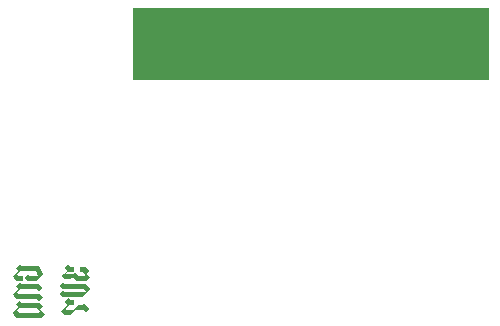
<source format=gbr>
%TF.GenerationSoftware,KiCad,Pcbnew,8.0.6-8.0.6-0~ubuntu20.04.1*%
%TF.CreationDate,2024-12-12T22:35:04+05:00*%
%TF.ProjectId,EpsilonAnomalain,45707369-6c6f-46e4-916e-6f6d616c6169,rev?*%
%TF.SameCoordinates,Original*%
%TF.FileFunction,Legend,Bot*%
%TF.FilePolarity,Positive*%
%FSLAX46Y46*%
G04 Gerber Fmt 4.6, Leading zero omitted, Abs format (unit mm)*
G04 Created by KiCad (PCBNEW 8.0.6-8.0.6-0~ubuntu20.04.1) date 2024-12-12 22:35:04*
%MOMM*%
%LPD*%
G01*
G04 APERTURE LIST*
%ADD10C,0.100000*%
G04 APERTURE END LIST*
D10*
X240500000Y-76000000D02*
X270500000Y-76000000D01*
X270500000Y-82000000D01*
X240500000Y-82000000D01*
X240500000Y-76000000D01*
G36*
X240500000Y-76000000D02*
G01*
X270500000Y-76000000D01*
X270500000Y-82000000D01*
X240500000Y-82000000D01*
X240500000Y-76000000D01*
G37*
G36*
X232541252Y-97874389D02*
G01*
X231044531Y-97874389D01*
X230870142Y-97700000D01*
X230571677Y-97998464D01*
X230816409Y-98243196D01*
X230273701Y-98690648D01*
X230571677Y-99118073D01*
X231128062Y-99118073D01*
X231128062Y-98696022D01*
X230785145Y-98696022D01*
X230636157Y-98482065D01*
X230869653Y-98296441D01*
X232296520Y-98296441D01*
X232470910Y-98696022D01*
X231719619Y-98696022D01*
X231545229Y-98521632D01*
X231246764Y-98819609D01*
X231545229Y-99118073D01*
X232285285Y-99118073D01*
X232839716Y-98555338D01*
X232541252Y-97874389D01*
G37*
G36*
X232541252Y-100206420D02*
G01*
X230782703Y-100206420D01*
X230642019Y-100006629D01*
X230903847Y-99806838D01*
X232366862Y-99806838D01*
X232541252Y-99981228D01*
X232839716Y-99683251D01*
X232541252Y-99384787D01*
X231071887Y-99384787D01*
X230897497Y-99210397D01*
X230600009Y-99508862D01*
X230852556Y-99761898D01*
X230273701Y-100201046D01*
X230571677Y-100628471D01*
X232366862Y-100628471D01*
X232541252Y-100802861D01*
X232839716Y-100504884D01*
X232541252Y-100206420D01*
G37*
G36*
X231044531Y-100969434D02*
G01*
X232541252Y-100969434D01*
X232839716Y-101267899D01*
X232589123Y-101518004D01*
X232988704Y-101914654D01*
X232693171Y-102213119D01*
X230571677Y-102213119D01*
X230273701Y-101785694D01*
X230526689Y-101577110D01*
X230633715Y-101577110D01*
X230782703Y-101791067D01*
X232515850Y-101791067D01*
X232639926Y-101667480D01*
X232363931Y-101391486D01*
X230867211Y-101391486D01*
X230633715Y-101577110D01*
X230526689Y-101577110D01*
X230816409Y-101338241D01*
X230571677Y-101093510D01*
X230870142Y-100795045D01*
X231044531Y-100969434D01*
G37*
G36*
X235013251Y-97712930D02*
G01*
X234715275Y-98010907D01*
X234962937Y-98258569D01*
X234419741Y-98672316D01*
X234718206Y-98970293D01*
X235151493Y-98970293D01*
X235359588Y-98756824D01*
X235711297Y-99108534D01*
X236530000Y-99108534D01*
X236822602Y-98810069D01*
X236530000Y-98520397D01*
X236822602Y-98227794D01*
X236530000Y-97929330D01*
X235953098Y-97929330D01*
X235953098Y-98351381D01*
X236265729Y-98351381D01*
X236479197Y-98562407D01*
X236355610Y-98686482D01*
X235882756Y-98686482D01*
X235578918Y-98379713D01*
X235410390Y-98548241D01*
X234892595Y-98548241D01*
X234808087Y-98463733D01*
X235013251Y-98309371D01*
X235508576Y-98309371D01*
X235508576Y-97887320D01*
X235187641Y-97887320D01*
X235013251Y-97712930D01*
G37*
G36*
X234560425Y-99801207D02*
G01*
X236321905Y-99801207D01*
X236487501Y-100037634D01*
X236459658Y-100065966D01*
X234734815Y-100065966D01*
X234560425Y-99888646D01*
X234261960Y-100189553D01*
X234560425Y-100488018D01*
X236206133Y-100488018D01*
X236830907Y-99809511D01*
X236532930Y-99379155D01*
X234734815Y-99379155D01*
X234560425Y-99204766D01*
X234261960Y-99502742D01*
X234560425Y-99801207D01*
G37*
G36*
X236355610Y-100997997D02*
G01*
X236181221Y-101172386D01*
X235843677Y-101172386D01*
X235457773Y-101566594D01*
X234892595Y-101566594D01*
X234796852Y-101467920D01*
X235061123Y-101161151D01*
X235508576Y-101161151D01*
X235508576Y-100739099D01*
X235187641Y-100739099D01*
X235013251Y-100564710D01*
X234715275Y-100862686D01*
X234979546Y-101127445D01*
X234419741Y-101684319D01*
X234715275Y-101988646D01*
X235145631Y-101988646D01*
X235531046Y-101594438D01*
X236355610Y-101594438D01*
X236530000Y-101768827D01*
X236828464Y-101470851D01*
X236355610Y-100997997D01*
G37*
M02*

</source>
